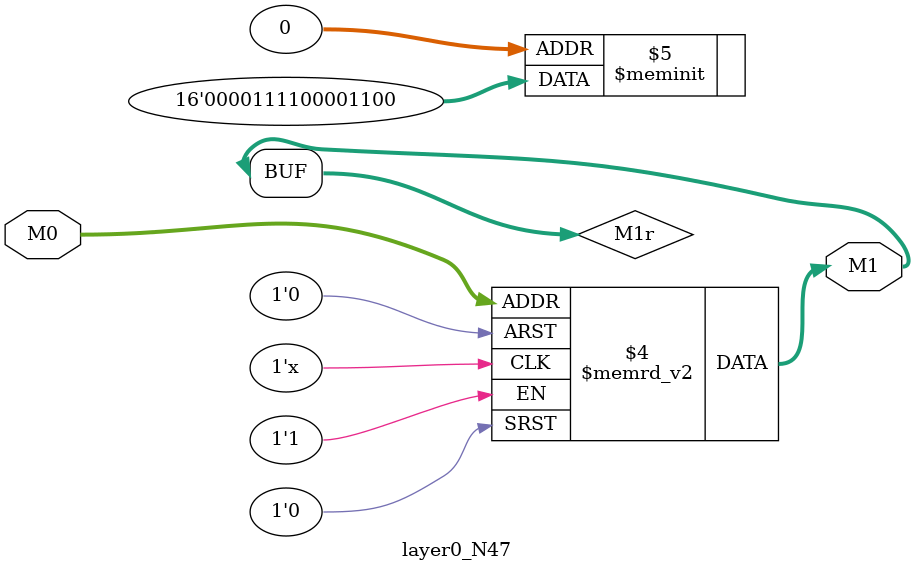
<source format=v>
module layer0_N47 ( input [2:0] M0, output [1:0] M1 );

	(*rom_style = "distributed" *) reg [1:0] M1r;
	assign M1 = M1r;
	always @ (M0) begin
		case (M0)
			3'b000: M1r = 2'b00;
			3'b100: M1r = 2'b11;
			3'b010: M1r = 2'b00;
			3'b110: M1r = 2'b00;
			3'b001: M1r = 2'b11;
			3'b101: M1r = 2'b11;
			3'b011: M1r = 2'b00;
			3'b111: M1r = 2'b00;

		endcase
	end
endmodule

</source>
